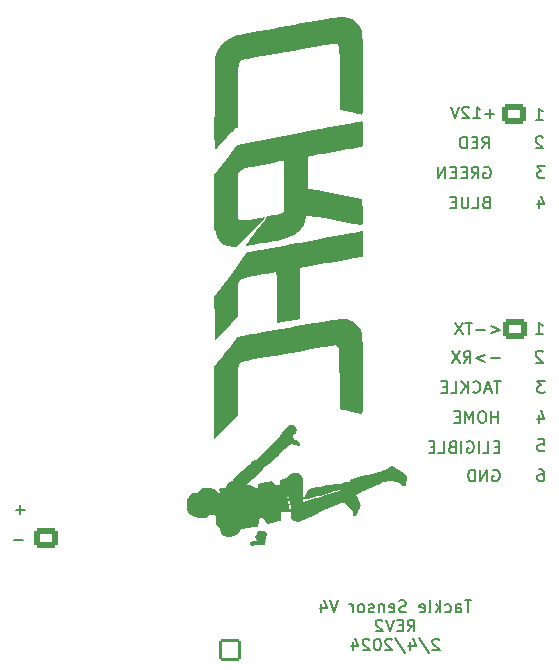
<source format=gbo>
%TF.GenerationSoftware,KiCad,Pcbnew,(6.0.1-0)*%
%TF.CreationDate,2024-02-04T22:08:59-06:00*%
%TF.ProjectId,tackle_sensor_hardware,7461636b-6c65-45f7-9365-6e736f725f68,REV1*%
%TF.SameCoordinates,Original*%
%TF.FileFunction,Legend,Bot*%
%TF.FilePolarity,Positive*%
%FSLAX46Y46*%
G04 Gerber Fmt 4.6, Leading zero omitted, Abs format (unit mm)*
G04 Created by KiCad (PCBNEW (6.0.1-0)) date 2024-02-04 22:08:59*
%MOMM*%
%LPD*%
G01*
G04 APERTURE LIST*
G04 Aperture macros list*
%AMRoundRect*
0 Rectangle with rounded corners*
0 $1 Rounding radius*
0 $2 $3 $4 $5 $6 $7 $8 $9 X,Y pos of 4 corners*
0 Add a 4 corners polygon primitive as box body*
4,1,4,$2,$3,$4,$5,$6,$7,$8,$9,$2,$3,0*
0 Add four circle primitives for the rounded corners*
1,1,$1+$1,$2,$3*
1,1,$1+$1,$4,$5*
1,1,$1+$1,$6,$7*
1,1,$1+$1,$8,$9*
0 Add four rect primitives between the rounded corners*
20,1,$1+$1,$2,$3,$4,$5,0*
20,1,$1+$1,$4,$5,$6,$7,0*
20,1,$1+$1,$6,$7,$8,$9,0*
20,1,$1+$1,$8,$9,$2,$3,0*%
G04 Aperture macros list end*
%ADD10C,0.150000*%
%ADD11C,0.152400*%
%ADD12C,0.300000*%
%ADD13C,3.200000*%
%ADD14RoundRect,0.250000X0.750000X-0.600000X0.750000X0.600000X-0.750000X0.600000X-0.750000X-0.600000X0*%
%ADD15O,2.000000X1.700000*%
%ADD16RoundRect,0.102000X-0.790000X-0.790000X0.790000X-0.790000X0.790000X0.790000X-0.790000X0.790000X0*%
%ADD17C,1.784000*%
%ADD18RoundRect,0.250000X-0.725000X0.600000X-0.725000X-0.600000X0.725000X-0.600000X0.725000X0.600000X0*%
%ADD19O,1.950000X1.700000*%
G04 APERTURE END LIST*
D10*
X198556333Y-110561380D02*
X198556333Y-109561380D01*
X198556333Y-110037571D02*
X197984904Y-110037571D01*
X197984904Y-110561380D02*
X197984904Y-109561380D01*
X197318238Y-109561380D02*
X197127761Y-109561380D01*
X197032523Y-109609000D01*
X196937285Y-109704238D01*
X196889666Y-109894714D01*
X196889666Y-110228047D01*
X196937285Y-110418523D01*
X197032523Y-110513761D01*
X197127761Y-110561380D01*
X197318238Y-110561380D01*
X197413476Y-110513761D01*
X197508714Y-110418523D01*
X197556333Y-110228047D01*
X197556333Y-109894714D01*
X197508714Y-109704238D01*
X197413476Y-109609000D01*
X197318238Y-109561380D01*
X196461095Y-110561380D02*
X196461095Y-109561380D01*
X196127761Y-110275666D01*
X195794428Y-109561380D01*
X195794428Y-110561380D01*
X195318238Y-110037571D02*
X194984904Y-110037571D01*
X194842047Y-110561380D02*
X195318238Y-110561380D01*
X195318238Y-109561380D01*
X194842047Y-109561380D01*
D11*
X201990476Y-91730285D02*
X201990476Y-92407619D01*
X202232380Y-91343238D02*
X202474285Y-92068952D01*
X201845333Y-92068952D01*
D10*
X197945238Y-102401714D02*
X198707142Y-102687428D01*
X197945238Y-102973142D01*
X197469047Y-102687428D02*
X196707142Y-102687428D01*
X196373809Y-102068380D02*
X195802380Y-102068380D01*
X196088095Y-103068380D02*
X196088095Y-102068380D01*
X195564285Y-102068380D02*
X194897619Y-103068380D01*
X194897619Y-102068380D02*
X195564285Y-103068380D01*
X198119904Y-114562000D02*
X198215142Y-114514380D01*
X198358000Y-114514380D01*
X198500857Y-114562000D01*
X198596095Y-114657238D01*
X198643714Y-114752476D01*
X198691333Y-114942952D01*
X198691333Y-115085809D01*
X198643714Y-115276285D01*
X198596095Y-115371523D01*
X198500857Y-115466761D01*
X198358000Y-115514380D01*
X198262761Y-115514380D01*
X198119904Y-115466761D01*
X198072285Y-115419142D01*
X198072285Y-115085809D01*
X198262761Y-115085809D01*
X197643714Y-115514380D02*
X197643714Y-114514380D01*
X197072285Y-115514380D01*
X197072285Y-114514380D01*
X196596095Y-115514380D02*
X196596095Y-114514380D01*
X196358000Y-114514380D01*
X196215142Y-114562000D01*
X196119904Y-114657238D01*
X196072285Y-114752476D01*
X196024666Y-114942952D01*
X196024666Y-115085809D01*
X196072285Y-115276285D01*
X196119904Y-115371523D01*
X196215142Y-115466761D01*
X196358000Y-115514380D01*
X196596095Y-115514380D01*
X196317380Y-125604380D02*
X195745952Y-125604380D01*
X196031666Y-126604380D02*
X196031666Y-125604380D01*
X194984047Y-126604380D02*
X194984047Y-126080571D01*
X195031666Y-125985333D01*
X195126904Y-125937714D01*
X195317380Y-125937714D01*
X195412619Y-125985333D01*
X194984047Y-126556761D02*
X195079285Y-126604380D01*
X195317380Y-126604380D01*
X195412619Y-126556761D01*
X195460238Y-126461523D01*
X195460238Y-126366285D01*
X195412619Y-126271047D01*
X195317380Y-126223428D01*
X195079285Y-126223428D01*
X194984047Y-126175809D01*
X194079285Y-126556761D02*
X194174523Y-126604380D01*
X194365000Y-126604380D01*
X194460238Y-126556761D01*
X194507857Y-126509142D01*
X194555476Y-126413904D01*
X194555476Y-126128190D01*
X194507857Y-126032952D01*
X194460238Y-125985333D01*
X194365000Y-125937714D01*
X194174523Y-125937714D01*
X194079285Y-125985333D01*
X193650714Y-126604380D02*
X193650714Y-125604380D01*
X193555476Y-126223428D02*
X193269761Y-126604380D01*
X193269761Y-125937714D02*
X193650714Y-126318666D01*
X192698333Y-126604380D02*
X192793571Y-126556761D01*
X192841190Y-126461523D01*
X192841190Y-125604380D01*
X191936428Y-126556761D02*
X192031666Y-126604380D01*
X192222142Y-126604380D01*
X192317380Y-126556761D01*
X192365000Y-126461523D01*
X192365000Y-126080571D01*
X192317380Y-125985333D01*
X192222142Y-125937714D01*
X192031666Y-125937714D01*
X191936428Y-125985333D01*
X191888809Y-126080571D01*
X191888809Y-126175809D01*
X192365000Y-126271047D01*
X190745952Y-126556761D02*
X190603095Y-126604380D01*
X190365000Y-126604380D01*
X190269761Y-126556761D01*
X190222142Y-126509142D01*
X190174523Y-126413904D01*
X190174523Y-126318666D01*
X190222142Y-126223428D01*
X190269761Y-126175809D01*
X190365000Y-126128190D01*
X190555476Y-126080571D01*
X190650714Y-126032952D01*
X190698333Y-125985333D01*
X190745952Y-125890095D01*
X190745952Y-125794857D01*
X190698333Y-125699619D01*
X190650714Y-125652000D01*
X190555476Y-125604380D01*
X190317380Y-125604380D01*
X190174523Y-125652000D01*
X189365000Y-126556761D02*
X189460238Y-126604380D01*
X189650714Y-126604380D01*
X189745952Y-126556761D01*
X189793571Y-126461523D01*
X189793571Y-126080571D01*
X189745952Y-125985333D01*
X189650714Y-125937714D01*
X189460238Y-125937714D01*
X189365000Y-125985333D01*
X189317380Y-126080571D01*
X189317380Y-126175809D01*
X189793571Y-126271047D01*
X188888809Y-125937714D02*
X188888809Y-126604380D01*
X188888809Y-126032952D02*
X188841190Y-125985333D01*
X188745952Y-125937714D01*
X188603095Y-125937714D01*
X188507857Y-125985333D01*
X188460238Y-126080571D01*
X188460238Y-126604380D01*
X188031666Y-126556761D02*
X187936428Y-126604380D01*
X187745952Y-126604380D01*
X187650714Y-126556761D01*
X187603095Y-126461523D01*
X187603095Y-126413904D01*
X187650714Y-126318666D01*
X187745952Y-126271047D01*
X187888809Y-126271047D01*
X187984047Y-126223428D01*
X188031666Y-126128190D01*
X188031666Y-126080571D01*
X187984047Y-125985333D01*
X187888809Y-125937714D01*
X187745952Y-125937714D01*
X187650714Y-125985333D01*
X187031666Y-126604380D02*
X187126904Y-126556761D01*
X187174523Y-126509142D01*
X187222142Y-126413904D01*
X187222142Y-126128190D01*
X187174523Y-126032952D01*
X187126904Y-125985333D01*
X187031666Y-125937714D01*
X186888809Y-125937714D01*
X186793571Y-125985333D01*
X186745952Y-126032952D01*
X186698333Y-126128190D01*
X186698333Y-126413904D01*
X186745952Y-126509142D01*
X186793571Y-126556761D01*
X186888809Y-126604380D01*
X187031666Y-126604380D01*
X186269761Y-126604380D02*
X186269761Y-125937714D01*
X186269761Y-126128190D02*
X186222142Y-126032952D01*
X186174523Y-125985333D01*
X186079285Y-125937714D01*
X185984047Y-125937714D01*
X185031666Y-125604380D02*
X184698333Y-126604380D01*
X184365000Y-125604380D01*
X183603095Y-125937714D02*
X183603095Y-126604380D01*
X183841190Y-125556761D02*
X184079285Y-126271047D01*
X183460238Y-126271047D01*
X190912619Y-128214380D02*
X191245952Y-127738190D01*
X191484047Y-128214380D02*
X191484047Y-127214380D01*
X191103095Y-127214380D01*
X191007857Y-127262000D01*
X190960238Y-127309619D01*
X190912619Y-127404857D01*
X190912619Y-127547714D01*
X190960238Y-127642952D01*
X191007857Y-127690571D01*
X191103095Y-127738190D01*
X191484047Y-127738190D01*
X190484047Y-127690571D02*
X190150714Y-127690571D01*
X190007857Y-128214380D02*
X190484047Y-128214380D01*
X190484047Y-127214380D01*
X190007857Y-127214380D01*
X189722142Y-127214380D02*
X189388809Y-128214380D01*
X189055476Y-127214380D01*
X188769761Y-127309619D02*
X188722142Y-127262000D01*
X188626904Y-127214380D01*
X188388809Y-127214380D01*
X188293571Y-127262000D01*
X188245952Y-127309619D01*
X188198333Y-127404857D01*
X188198333Y-127500095D01*
X188245952Y-127642952D01*
X188817380Y-128214380D01*
X188198333Y-128214380D01*
X193579285Y-128919619D02*
X193531666Y-128872000D01*
X193436428Y-128824380D01*
X193198333Y-128824380D01*
X193103095Y-128872000D01*
X193055476Y-128919619D01*
X193007857Y-129014857D01*
X193007857Y-129110095D01*
X193055476Y-129252952D01*
X193626904Y-129824380D01*
X193007857Y-129824380D01*
X191865000Y-128776761D02*
X192722142Y-130062476D01*
X191103095Y-129157714D02*
X191103095Y-129824380D01*
X191341190Y-128776761D02*
X191579285Y-129491047D01*
X190960238Y-129491047D01*
X189865000Y-128776761D02*
X190722142Y-130062476D01*
X189579285Y-128919619D02*
X189531666Y-128872000D01*
X189436428Y-128824380D01*
X189198333Y-128824380D01*
X189103095Y-128872000D01*
X189055476Y-128919619D01*
X189007857Y-129014857D01*
X189007857Y-129110095D01*
X189055476Y-129252952D01*
X189626904Y-129824380D01*
X189007857Y-129824380D01*
X188388809Y-128824380D02*
X188293571Y-128824380D01*
X188198333Y-128872000D01*
X188150714Y-128919619D01*
X188103095Y-129014857D01*
X188055476Y-129205333D01*
X188055476Y-129443428D01*
X188103095Y-129633904D01*
X188150714Y-129729142D01*
X188198333Y-129776761D01*
X188293571Y-129824380D01*
X188388809Y-129824380D01*
X188484047Y-129776761D01*
X188531666Y-129729142D01*
X188579285Y-129633904D01*
X188626904Y-129443428D01*
X188626904Y-129205333D01*
X188579285Y-129014857D01*
X188531666Y-128919619D01*
X188484047Y-128872000D01*
X188388809Y-128824380D01*
X187674523Y-128919619D02*
X187626904Y-128872000D01*
X187531666Y-128824380D01*
X187293571Y-128824380D01*
X187198333Y-128872000D01*
X187150714Y-128919619D01*
X187103095Y-129014857D01*
X187103095Y-129110095D01*
X187150714Y-129252952D01*
X187722142Y-129824380D01*
X187103095Y-129824380D01*
X186245952Y-129157714D02*
X186245952Y-129824380D01*
X186484047Y-128776761D02*
X186722142Y-129491047D01*
X186103095Y-129491047D01*
D11*
X202522666Y-88851619D02*
X201893714Y-88851619D01*
X202232380Y-89238666D01*
X202087238Y-89238666D01*
X201990476Y-89287047D01*
X201942095Y-89335428D01*
X201893714Y-89432190D01*
X201893714Y-89674095D01*
X201942095Y-89770857D01*
X201990476Y-89819238D01*
X202087238Y-89867619D01*
X202377523Y-89867619D01*
X202474285Y-89819238D01*
X202522666Y-89770857D01*
D10*
X198786428Y-107021380D02*
X198215000Y-107021380D01*
X198500714Y-108021380D02*
X198500714Y-107021380D01*
X197929285Y-107735666D02*
X197453095Y-107735666D01*
X198024523Y-108021380D02*
X197691190Y-107021380D01*
X197357857Y-108021380D01*
X196453095Y-107926142D02*
X196500714Y-107973761D01*
X196643571Y-108021380D01*
X196738809Y-108021380D01*
X196881666Y-107973761D01*
X196976904Y-107878523D01*
X197024523Y-107783285D01*
X197072142Y-107592809D01*
X197072142Y-107449952D01*
X197024523Y-107259476D01*
X196976904Y-107164238D01*
X196881666Y-107069000D01*
X196738809Y-107021380D01*
X196643571Y-107021380D01*
X196500714Y-107069000D01*
X196453095Y-107116619D01*
X196024523Y-108021380D02*
X196024523Y-107021380D01*
X195453095Y-108021380D02*
X195881666Y-107449952D01*
X195453095Y-107021380D02*
X196024523Y-107592809D01*
X194548333Y-108021380D02*
X195024523Y-108021380D01*
X195024523Y-107021380D01*
X194215000Y-107497571D02*
X193881666Y-107497571D01*
X193738809Y-108021380D02*
X194215000Y-108021380D01*
X194215000Y-107021380D01*
X193738809Y-107021380D01*
D11*
X201990476Y-114505619D02*
X202184000Y-114505619D01*
X202280761Y-114554000D01*
X202329142Y-114602380D01*
X202425904Y-114747523D01*
X202474285Y-114941047D01*
X202474285Y-115328095D01*
X202425904Y-115424857D01*
X202377523Y-115473238D01*
X202280761Y-115521619D01*
X202087238Y-115521619D01*
X201990476Y-115473238D01*
X201942095Y-115424857D01*
X201893714Y-115328095D01*
X201893714Y-115086190D01*
X201942095Y-114989428D01*
X201990476Y-114941047D01*
X202087238Y-114892666D01*
X202280761Y-114892666D01*
X202377523Y-114941047D01*
X202425904Y-114989428D01*
X202474285Y-115086190D01*
X202522666Y-107012619D02*
X201893714Y-107012619D01*
X202232380Y-107399666D01*
X202087238Y-107399666D01*
X201990476Y-107448047D01*
X201942095Y-107496428D01*
X201893714Y-107593190D01*
X201893714Y-107835095D01*
X201942095Y-107931857D01*
X201990476Y-107980238D01*
X202087238Y-108028619D01*
X202377523Y-108028619D01*
X202474285Y-107980238D01*
X202522666Y-107931857D01*
X158502047Y-117928571D02*
X157727952Y-117928571D01*
X158115000Y-118315619D02*
X158115000Y-117541523D01*
X158375047Y-120468571D02*
X157600952Y-120468571D01*
X202347285Y-104569380D02*
X202298904Y-104521000D01*
X202202142Y-104472619D01*
X201960238Y-104472619D01*
X201863476Y-104521000D01*
X201815095Y-104569380D01*
X201766714Y-104666142D01*
X201766714Y-104762904D01*
X201815095Y-104908047D01*
X202395666Y-105488619D01*
X201766714Y-105488619D01*
D10*
X198230904Y-84399428D02*
X197469000Y-84399428D01*
X197849952Y-84780380D02*
X197849952Y-84018476D01*
X196469000Y-84780380D02*
X197040428Y-84780380D01*
X196754714Y-84780380D02*
X196754714Y-83780380D01*
X196849952Y-83923238D01*
X196945190Y-84018476D01*
X197040428Y-84066095D01*
X196088047Y-83875619D02*
X196040428Y-83828000D01*
X195945190Y-83780380D01*
X195707095Y-83780380D01*
X195611857Y-83828000D01*
X195564238Y-83875619D01*
X195516619Y-83970857D01*
X195516619Y-84066095D01*
X195564238Y-84208952D01*
X196135666Y-84780380D01*
X195516619Y-84780380D01*
X195230904Y-83780380D02*
X194897571Y-84780380D01*
X194564238Y-83780380D01*
X197373666Y-88908000D02*
X197468904Y-88860380D01*
X197611761Y-88860380D01*
X197754619Y-88908000D01*
X197849857Y-89003238D01*
X197897476Y-89098476D01*
X197945095Y-89288952D01*
X197945095Y-89431809D01*
X197897476Y-89622285D01*
X197849857Y-89717523D01*
X197754619Y-89812761D01*
X197611761Y-89860380D01*
X197516523Y-89860380D01*
X197373666Y-89812761D01*
X197326047Y-89765142D01*
X197326047Y-89431809D01*
X197516523Y-89431809D01*
X196326047Y-89860380D02*
X196659380Y-89384190D01*
X196897476Y-89860380D02*
X196897476Y-88860380D01*
X196516523Y-88860380D01*
X196421285Y-88908000D01*
X196373666Y-88955619D01*
X196326047Y-89050857D01*
X196326047Y-89193714D01*
X196373666Y-89288952D01*
X196421285Y-89336571D01*
X196516523Y-89384190D01*
X196897476Y-89384190D01*
X195897476Y-89336571D02*
X195564142Y-89336571D01*
X195421285Y-89860380D02*
X195897476Y-89860380D01*
X195897476Y-88860380D01*
X195421285Y-88860380D01*
X194992714Y-89336571D02*
X194659380Y-89336571D01*
X194516523Y-89860380D02*
X194992714Y-89860380D01*
X194992714Y-88860380D01*
X194516523Y-88860380D01*
X194087952Y-89860380D02*
X194087952Y-88860380D01*
X193516523Y-89860380D01*
X193516523Y-88860380D01*
D11*
X202347285Y-86408380D02*
X202298904Y-86360000D01*
X202202142Y-86311619D01*
X201960238Y-86311619D01*
X201863476Y-86360000D01*
X201815095Y-86408380D01*
X201766714Y-86505142D01*
X201766714Y-86601904D01*
X201815095Y-86747047D01*
X202395666Y-87327619D01*
X201766714Y-87327619D01*
X201990476Y-109891285D02*
X201990476Y-110568619D01*
X202232380Y-109504238D02*
X202474285Y-110229952D01*
X201845333Y-110229952D01*
X201942095Y-111965619D02*
X202425904Y-111965619D01*
X202474285Y-112449428D01*
X202425904Y-112401047D01*
X202329142Y-112352666D01*
X202087238Y-112352666D01*
X201990476Y-112401047D01*
X201942095Y-112449428D01*
X201893714Y-112546190D01*
X201893714Y-112788095D01*
X201942095Y-112884857D01*
X201990476Y-112933238D01*
X202087238Y-112981619D01*
X202329142Y-112981619D01*
X202425904Y-112933238D01*
X202474285Y-112884857D01*
D10*
X198659380Y-112577571D02*
X198326047Y-112577571D01*
X198183190Y-113101380D02*
X198659380Y-113101380D01*
X198659380Y-112101380D01*
X198183190Y-112101380D01*
X197278428Y-113101380D02*
X197754619Y-113101380D01*
X197754619Y-112101380D01*
X196945095Y-113101380D02*
X196945095Y-112101380D01*
X195945095Y-112149000D02*
X196040333Y-112101380D01*
X196183190Y-112101380D01*
X196326047Y-112149000D01*
X196421285Y-112244238D01*
X196468904Y-112339476D01*
X196516523Y-112529952D01*
X196516523Y-112672809D01*
X196468904Y-112863285D01*
X196421285Y-112958523D01*
X196326047Y-113053761D01*
X196183190Y-113101380D01*
X196087952Y-113101380D01*
X195945095Y-113053761D01*
X195897476Y-113006142D01*
X195897476Y-112672809D01*
X196087952Y-112672809D01*
X195468904Y-113101380D02*
X195468904Y-112101380D01*
X194659380Y-112577571D02*
X194516523Y-112625190D01*
X194468904Y-112672809D01*
X194421285Y-112768047D01*
X194421285Y-112910904D01*
X194468904Y-113006142D01*
X194516523Y-113053761D01*
X194611761Y-113101380D01*
X194992714Y-113101380D01*
X194992714Y-112101380D01*
X194659380Y-112101380D01*
X194564142Y-112149000D01*
X194516523Y-112196619D01*
X194468904Y-112291857D01*
X194468904Y-112387095D01*
X194516523Y-112482333D01*
X194564142Y-112529952D01*
X194659380Y-112577571D01*
X194992714Y-112577571D01*
X193516523Y-113101380D02*
X193992714Y-113101380D01*
X193992714Y-112101380D01*
X193183190Y-112577571D02*
X192849857Y-112577571D01*
X192707000Y-113101380D02*
X193183190Y-113101380D01*
X193183190Y-112101380D01*
X192707000Y-112101380D01*
D11*
X201766714Y-84914619D02*
X202347285Y-84914619D01*
X202057000Y-84914619D02*
X202057000Y-83898619D01*
X202153761Y-84043761D01*
X202250523Y-84140523D01*
X202347285Y-84188904D01*
D10*
X197238857Y-87320380D02*
X197572190Y-86844190D01*
X197810285Y-87320380D02*
X197810285Y-86320380D01*
X197429333Y-86320380D01*
X197334095Y-86368000D01*
X197286476Y-86415619D01*
X197238857Y-86510857D01*
X197238857Y-86653714D01*
X197286476Y-86748952D01*
X197334095Y-86796571D01*
X197429333Y-86844190D01*
X197810285Y-86844190D01*
X196810285Y-86796571D02*
X196476952Y-86796571D01*
X196334095Y-87320380D02*
X196810285Y-87320380D01*
X196810285Y-86320380D01*
X196334095Y-86320380D01*
X195905523Y-87320380D02*
X195905523Y-86320380D01*
X195667428Y-86320380D01*
X195524571Y-86368000D01*
X195429333Y-86463238D01*
X195381714Y-86558476D01*
X195334095Y-86748952D01*
X195334095Y-86891809D01*
X195381714Y-87082285D01*
X195429333Y-87177523D01*
X195524571Y-87272761D01*
X195667428Y-87320380D01*
X195905523Y-87320380D01*
X197524523Y-91876571D02*
X197381666Y-91924190D01*
X197334047Y-91971809D01*
X197286428Y-92067047D01*
X197286428Y-92209904D01*
X197334047Y-92305142D01*
X197381666Y-92352761D01*
X197476904Y-92400380D01*
X197857857Y-92400380D01*
X197857857Y-91400380D01*
X197524523Y-91400380D01*
X197429285Y-91448000D01*
X197381666Y-91495619D01*
X197334047Y-91590857D01*
X197334047Y-91686095D01*
X197381666Y-91781333D01*
X197429285Y-91828952D01*
X197524523Y-91876571D01*
X197857857Y-91876571D01*
X196381666Y-92400380D02*
X196857857Y-92400380D01*
X196857857Y-91400380D01*
X196048333Y-91400380D02*
X196048333Y-92209904D01*
X196000714Y-92305142D01*
X195953095Y-92352761D01*
X195857857Y-92400380D01*
X195667380Y-92400380D01*
X195572142Y-92352761D01*
X195524523Y-92305142D01*
X195476904Y-92209904D01*
X195476904Y-91400380D01*
X195000714Y-91876571D02*
X194667380Y-91876571D01*
X194524523Y-92400380D02*
X195000714Y-92400380D01*
X195000714Y-91400380D01*
X194524523Y-91400380D01*
D11*
X201766714Y-103075619D02*
X202347285Y-103075619D01*
X202057000Y-103075619D02*
X202057000Y-102059619D01*
X202153761Y-102204761D01*
X202250523Y-102301523D01*
X202347285Y-102349904D01*
D10*
X198699190Y-105100428D02*
X197937285Y-105100428D01*
X197461095Y-104814714D02*
X196699190Y-105100428D01*
X197461095Y-105386142D01*
X195651571Y-105481380D02*
X195984904Y-105005190D01*
X196223000Y-105481380D02*
X196223000Y-104481380D01*
X195842047Y-104481380D01*
X195746809Y-104529000D01*
X195699190Y-104576619D01*
X195651571Y-104671857D01*
X195651571Y-104814714D01*
X195699190Y-104909952D01*
X195746809Y-104957571D01*
X195842047Y-105005190D01*
X196223000Y-105005190D01*
X195318238Y-104481380D02*
X194651571Y-105481380D01*
X194651571Y-104481380D02*
X195318238Y-105481380D01*
D12*
%TO.C,G\u002A\u002A\u002A*%
X180102417Y-97230672D02*
X180029845Y-97085529D01*
X180029845Y-96867815D01*
X180102417Y-96650101D01*
X180247559Y-96504958D01*
X180392702Y-96432386D01*
X180682988Y-96359815D01*
X180900702Y-96359815D01*
X181190988Y-96432386D01*
X181336131Y-96504958D01*
X181481274Y-96650101D01*
X181553845Y-96867815D01*
X181553845Y-97012958D01*
X181481274Y-97230672D01*
X181408702Y-97303244D01*
X180900702Y-97303244D01*
X180900702Y-97012958D01*
X180029845Y-98174101D02*
X180392702Y-98174101D01*
X180247559Y-97811244D02*
X180392702Y-98174101D01*
X180247559Y-98536958D01*
X180682988Y-97956386D02*
X180392702Y-98174101D01*
X180682988Y-98391815D01*
X180029845Y-99335244D02*
X180392702Y-99335244D01*
X180247559Y-98972386D02*
X180392702Y-99335244D01*
X180247559Y-99698101D01*
X180682988Y-99117529D02*
X180392702Y-99335244D01*
X180682988Y-99552958D01*
X180029845Y-100496386D02*
X180392702Y-100496386D01*
X180247559Y-100133529D02*
X180392702Y-100496386D01*
X180247559Y-100859244D01*
X180682988Y-100278672D02*
X180392702Y-100496386D01*
X180682988Y-100714101D01*
X180102417Y-97179872D02*
X180029845Y-97034729D01*
X180029845Y-96817015D01*
X180102417Y-96599301D01*
X180247559Y-96454158D01*
X180392702Y-96381586D01*
X180682988Y-96309015D01*
X180900702Y-96309015D01*
X181190988Y-96381586D01*
X181336131Y-96454158D01*
X181481274Y-96599301D01*
X181553845Y-96817015D01*
X181553845Y-96962158D01*
X181481274Y-97179872D01*
X181408702Y-97252444D01*
X180900702Y-97252444D01*
X180900702Y-96962158D01*
X180029845Y-98123301D02*
X180392702Y-98123301D01*
X180247559Y-97760444D02*
X180392702Y-98123301D01*
X180247559Y-98486158D01*
X180682988Y-97905586D02*
X180392702Y-98123301D01*
X180682988Y-98341015D01*
X180029845Y-99284444D02*
X180392702Y-99284444D01*
X180247559Y-98921586D02*
X180392702Y-99284444D01*
X180247559Y-99647301D01*
X180682988Y-99066729D02*
X180392702Y-99284444D01*
X180682988Y-99502158D01*
X180029845Y-100445586D02*
X180392702Y-100445586D01*
X180247559Y-100082729D02*
X180392702Y-100445586D01*
X180247559Y-100808444D01*
X180682988Y-100227872D02*
X180392702Y-100445586D01*
X180682988Y-100663301D01*
G36*
X181276678Y-110735166D02*
G01*
X181410591Y-110798599D01*
X181481146Y-110927513D01*
X181503550Y-111132234D01*
X181496125Y-111281229D01*
X181449017Y-111400576D01*
X181338453Y-111512012D01*
X181245191Y-111612454D01*
X181196215Y-111760618D01*
X181250571Y-111895050D01*
X181406084Y-112000058D01*
X181467881Y-112027521D01*
X181659588Y-112140937D01*
X181790937Y-112264330D01*
X181839667Y-112378280D01*
X181839365Y-112389835D01*
X181792730Y-112486411D01*
X181672988Y-112510340D01*
X181489214Y-112459517D01*
X181477060Y-112454610D01*
X181283476Y-112401860D01*
X181083905Y-112380151D01*
X181016296Y-112382941D01*
X180947958Y-112397984D01*
X180872781Y-112434673D01*
X180779260Y-112502394D01*
X180655892Y-112610534D01*
X180491174Y-112768478D01*
X180273601Y-112985611D01*
X179991672Y-113271321D01*
X179840002Y-113424702D01*
X179552941Y-113708988D01*
X179327737Y-113921684D01*
X179157027Y-114069319D01*
X179033450Y-114158422D01*
X178949646Y-114195521D01*
X178943330Y-114196832D01*
X178837010Y-114238724D01*
X178805760Y-114292349D01*
X178786235Y-114339604D01*
X178701294Y-114448178D01*
X178563909Y-114597077D01*
X178389474Y-114768684D01*
X178280835Y-114871246D01*
X178038733Y-115100498D01*
X177798096Y-115329123D01*
X177597828Y-115520190D01*
X177243736Y-115859159D01*
X177497914Y-115860126D01*
X177575029Y-115862564D01*
X177761021Y-115901447D01*
X177920237Y-116002578D01*
X178054608Y-116093618D01*
X178170021Y-116114546D01*
X178232415Y-116045822D01*
X178233624Y-115890368D01*
X178203383Y-115704011D01*
X178498613Y-115646578D01*
X178593570Y-115628103D01*
X178852089Y-115577793D01*
X179092999Y-115530896D01*
X179392156Y-115472648D01*
X179575331Y-115666870D01*
X179630980Y-115722778D01*
X179779720Y-115829548D01*
X179928852Y-115861093D01*
X179992541Y-115859882D01*
X180065916Y-115839310D01*
X180094406Y-115769670D01*
X180099196Y-115621120D01*
X180100400Y-115517978D01*
X180119670Y-115418638D01*
X180184798Y-115371933D01*
X180323801Y-115343200D01*
X180451436Y-115309479D01*
X180607348Y-115219755D01*
X180778734Y-115057960D01*
X180888691Y-114944948D01*
X181005322Y-114854129D01*
X181128848Y-114809452D01*
X181301987Y-114788955D01*
X181445421Y-114783613D01*
X181619518Y-114806692D01*
X181769039Y-114876645D01*
X181782253Y-114885126D01*
X181974007Y-115065297D01*
X182078214Y-115287009D01*
X182084269Y-115528342D01*
X182069907Y-115647878D01*
X182061249Y-115856996D01*
X182065326Y-116078652D01*
X182074180Y-116311846D01*
X182079910Y-116597302D01*
X182081008Y-116867303D01*
X182078062Y-117302421D01*
X183169036Y-116946988D01*
X183184218Y-116942042D01*
X183552744Y-116822595D01*
X183924102Y-116703232D01*
X184271746Y-116592418D01*
X184569131Y-116498614D01*
X184789712Y-116430285D01*
X184947956Y-116380404D01*
X185139806Y-116314374D01*
X185271160Y-116262048D01*
X185320012Y-116231668D01*
X185311537Y-116222067D01*
X185277134Y-116221749D01*
X185206981Y-116234315D01*
X185091311Y-116262417D01*
X184920352Y-116308705D01*
X184684335Y-116375831D01*
X184373492Y-116466445D01*
X183978051Y-116583200D01*
X183488244Y-116728745D01*
X183346995Y-116770334D01*
X183015493Y-116864189D01*
X182723290Y-116941736D01*
X182486529Y-116998981D01*
X182321357Y-117031930D01*
X182243917Y-117036589D01*
X182204448Y-117009615D01*
X182171176Y-116905160D01*
X182195954Y-116754694D01*
X182268034Y-116581088D01*
X182376666Y-116407211D01*
X182511098Y-116255934D01*
X182660583Y-116150127D01*
X182741378Y-116120925D01*
X182918415Y-116074211D01*
X183161152Y-116019752D01*
X183450464Y-115960911D01*
X183767225Y-115901048D01*
X184092311Y-115843523D01*
X184406596Y-115791697D01*
X184690955Y-115748931D01*
X184926263Y-115718586D01*
X185093394Y-115704022D01*
X185173225Y-115708600D01*
X185183784Y-115713561D01*
X185297151Y-115719117D01*
X185452978Y-115645762D01*
X185534451Y-115599541D01*
X185657970Y-115563116D01*
X185780670Y-115588289D01*
X185840785Y-115611220D01*
X185929076Y-115636101D01*
X185967900Y-115606741D01*
X185995227Y-115509130D01*
X186037275Y-115413857D01*
X186123500Y-115324332D01*
X186143291Y-115316432D01*
X186260270Y-115282459D01*
X186460042Y-115231512D01*
X186725737Y-115167685D01*
X187040485Y-115095069D01*
X187387419Y-115017756D01*
X187527685Y-114986588D01*
X187863887Y-114908177D01*
X188161044Y-114833755D01*
X188402288Y-114767840D01*
X188570751Y-114714952D01*
X188649563Y-114679609D01*
X188749216Y-114623820D01*
X188898713Y-114589779D01*
X189022861Y-114564080D01*
X189136284Y-114500840D01*
X189149659Y-114488367D01*
X189263008Y-114404553D01*
X189409147Y-114316678D01*
X189600821Y-114213591D01*
X190176878Y-114559013D01*
X190179981Y-114560875D01*
X190406916Y-114703287D01*
X190600707Y-114836442D01*
X190740882Y-114945503D01*
X190806966Y-115015633D01*
X190820924Y-115046531D01*
X190858303Y-115194144D01*
X190854783Y-115380148D01*
X190810544Y-115635821D01*
X190807161Y-115651411D01*
X190761218Y-115813472D01*
X190702383Y-115899847D01*
X190610662Y-115941067D01*
X190513830Y-115951834D01*
X190427449Y-115905311D01*
X190419464Y-115891673D01*
X190333346Y-115775379D01*
X190219150Y-115687871D01*
X190050462Y-115613630D01*
X189800870Y-115537136D01*
X189633378Y-115491616D01*
X189473367Y-115454489D01*
X189369557Y-115445547D01*
X189294067Y-115463313D01*
X189219017Y-115506309D01*
X189085636Y-115563758D01*
X188926765Y-115582542D01*
X188793176Y-115593729D01*
X188638382Y-115653351D01*
X188632371Y-115657032D01*
X188531181Y-115710690D01*
X188350684Y-115799746D01*
X188108531Y-115915735D01*
X187822370Y-116050191D01*
X187509849Y-116194650D01*
X187447722Y-116223201D01*
X187152324Y-116360823D01*
X186896741Y-116482921D01*
X186695807Y-116582192D01*
X186564361Y-116651338D01*
X186517237Y-116683058D01*
X186526150Y-116705146D01*
X186584824Y-116795131D01*
X186680227Y-116921536D01*
X186718475Y-116973266D01*
X186828447Y-117160255D01*
X186900072Y-117337642D01*
X186919501Y-117422195D01*
X186924601Y-117522004D01*
X186900593Y-117635375D01*
X186840834Y-117790156D01*
X186738682Y-118014191D01*
X186676673Y-118144633D01*
X186587554Y-118317138D01*
X186519973Y-118416011D01*
X186460689Y-118458588D01*
X186396460Y-118462202D01*
X186338048Y-118448377D01*
X186290089Y-118393324D01*
X186289457Y-118268209D01*
X186288787Y-118174444D01*
X186253918Y-118074140D01*
X186168533Y-117953644D01*
X186017672Y-117786437D01*
X186005743Y-117773865D01*
X185843930Y-117610302D01*
X185692560Y-117468238D01*
X185582980Y-117377185D01*
X185482744Y-117315644D01*
X185388257Y-117304677D01*
X185256477Y-117350432D01*
X185074460Y-117428577D01*
X184679106Y-117601853D01*
X184283432Y-117780893D01*
X183855301Y-117980367D01*
X183362579Y-118214942D01*
X183253933Y-118267050D01*
X182910792Y-118431285D01*
X182649726Y-118555398D01*
X182458256Y-118645085D01*
X182323908Y-118706040D01*
X182234202Y-118743957D01*
X182176662Y-118764530D01*
X182138811Y-118773455D01*
X182120263Y-118778023D01*
X182016070Y-118815558D01*
X181871667Y-118876011D01*
X181860229Y-118880970D01*
X181600941Y-118941050D01*
X181357699Y-118901949D01*
X181150626Y-118766718D01*
X181146736Y-118762816D01*
X181086982Y-118694628D01*
X181049852Y-118619280D01*
X181030687Y-118511383D01*
X181024828Y-118345554D01*
X181027617Y-118096404D01*
X181029381Y-117948983D01*
X181028091Y-117737892D01*
X181022252Y-117583705D01*
X181012536Y-117512335D01*
X181003837Y-117491603D01*
X180977291Y-117401179D01*
X180937925Y-117239976D01*
X180883685Y-116999006D01*
X180812520Y-116669284D01*
X180722377Y-116241821D01*
X180591472Y-115616339D01*
X180620566Y-116078652D01*
X180620918Y-116084224D01*
X180670499Y-116637397D01*
X180744821Y-117154393D01*
X180838745Y-117599394D01*
X180869911Y-117722388D01*
X180912834Y-117924674D01*
X180912970Y-118049382D01*
X180860805Y-118115254D01*
X180746823Y-118141033D01*
X180561509Y-118145462D01*
X180207975Y-118145462D01*
X180207975Y-118497958D01*
X180204646Y-118687128D01*
X180188823Y-118798258D01*
X180151982Y-118853159D01*
X180085599Y-118878326D01*
X180056447Y-118884883D01*
X179917800Y-118915514D01*
X179717690Y-118959306D01*
X179488864Y-119009084D01*
X179014507Y-119111972D01*
X178836188Y-118875748D01*
X178717752Y-118727145D01*
X178617417Y-118634064D01*
X178526210Y-118602930D01*
X178418361Y-118617838D01*
X178378273Y-118631936D01*
X178330980Y-118679845D01*
X178309442Y-118780175D01*
X178304335Y-118960991D01*
X178300570Y-119076037D01*
X178276964Y-119241515D01*
X178236348Y-119328178D01*
X178230995Y-119331800D01*
X178134957Y-119363024D01*
X177967194Y-119394071D01*
X177760438Y-119418715D01*
X177530789Y-119443640D01*
X177256204Y-119481481D01*
X177026177Y-119521095D01*
X176930529Y-119541480D01*
X176784413Y-119584543D01*
X176710123Y-119635523D01*
X176682604Y-119708052D01*
X176646423Y-119792472D01*
X176523353Y-119922050D01*
X176340445Y-120049681D01*
X176124742Y-120159943D01*
X175903289Y-120237411D01*
X175703130Y-120266661D01*
X175635115Y-120262433D01*
X175407831Y-120185645D01*
X175218526Y-120029818D01*
X175088975Y-119817782D01*
X175040952Y-119572369D01*
X175033754Y-119496199D01*
X174978275Y-119403783D01*
X174844392Y-119322840D01*
X174647832Y-119229107D01*
X174723280Y-118423965D01*
X174514986Y-118389039D01*
X174480797Y-118383217D01*
X174338024Y-118356975D01*
X174252301Y-118338157D01*
X174240267Y-118337587D01*
X174156275Y-118376780D01*
X174044708Y-118464988D01*
X174022658Y-118485159D01*
X173935050Y-118550807D01*
X173835923Y-118587296D01*
X173692904Y-118602531D01*
X173473616Y-118604416D01*
X173424034Y-118603781D01*
X173169146Y-118587744D01*
X172963399Y-118543610D01*
X172756584Y-118461361D01*
X172532433Y-118343971D01*
X172377188Y-118221135D01*
X172280620Y-118072980D01*
X172218672Y-117873201D01*
X172202509Y-117786466D01*
X172193897Y-117448467D01*
X172260571Y-117113557D01*
X172393663Y-116813133D01*
X172584306Y-116578590D01*
X172594537Y-116569642D01*
X172705019Y-116494658D01*
X172815825Y-116484259D01*
X172974142Y-116532917D01*
X173062744Y-116511615D01*
X173165445Y-116389799D01*
X173206181Y-116330969D01*
X173379400Y-116174602D01*
X173613981Y-116087701D01*
X173925963Y-116063383D01*
X174162164Y-116081199D01*
X174498542Y-116168250D01*
X174768317Y-116318689D01*
X174963246Y-116522729D01*
X175075086Y-116770580D01*
X175095596Y-117052452D01*
X175016532Y-117358557D01*
X175002141Y-117394174D01*
X174965875Y-117503249D01*
X174964918Y-117547175D01*
X174995075Y-117524213D01*
X175046514Y-117422893D01*
X175096647Y-117271917D01*
X175134658Y-117105719D01*
X175149731Y-116958735D01*
X175146004Y-116900439D01*
X175100978Y-116701050D01*
X175020113Y-116503752D01*
X174995051Y-116454970D01*
X174928509Y-116274809D01*
X174945889Y-116158935D01*
X175052917Y-116096998D01*
X175255317Y-116078652D01*
X175341962Y-116077712D01*
X175462898Y-116063555D01*
X175523264Y-116019441D01*
X175555790Y-115929080D01*
X175590275Y-115836114D01*
X175681140Y-115691635D01*
X175791050Y-115579711D01*
X175890771Y-115534755D01*
X175927041Y-115526373D01*
X176003667Y-115458313D01*
X176012729Y-115446364D01*
X176089481Y-115367162D01*
X176230951Y-115231757D01*
X176424511Y-115051925D01*
X176657535Y-114839441D01*
X176917397Y-114606083D01*
X177011925Y-114521644D01*
X177260877Y-114297532D01*
X177476873Y-114100606D01*
X177647776Y-113942080D01*
X177761451Y-113833172D01*
X177805763Y-113785095D01*
X177857154Y-113754572D01*
X177972145Y-113739894D01*
X177992683Y-113738884D01*
X178080308Y-113711081D01*
X178187674Y-113635697D01*
X178330475Y-113499980D01*
X178524405Y-113291179D01*
X178594684Y-113213372D01*
X178871251Y-112911790D01*
X179138221Y-112627442D01*
X179385094Y-112370959D01*
X179601370Y-112152970D01*
X179776548Y-111984103D01*
X179900130Y-111874988D01*
X179961616Y-111836254D01*
X179973479Y-111833227D01*
X180033441Y-111767037D01*
X180093396Y-111641450D01*
X180141304Y-111551259D01*
X180250066Y-111400494D01*
X180394682Y-111226652D01*
X180554863Y-111051706D01*
X180710321Y-110897626D01*
X180840764Y-110786382D01*
X180925905Y-110739946D01*
X181064205Y-110726888D01*
X181276678Y-110735166D01*
G37*
G36*
X185598471Y-101784371D02*
G01*
X185765928Y-101799496D01*
X185910706Y-101826580D01*
X185971304Y-101842296D01*
X186340049Y-101998165D01*
X186643390Y-102239324D01*
X186876617Y-102561031D01*
X187035018Y-102958543D01*
X187045962Y-103010175D01*
X187060092Y-103124630D01*
X187072138Y-103291669D01*
X187082248Y-103518318D01*
X187090572Y-103811598D01*
X187097258Y-104178535D01*
X187102456Y-104626152D01*
X187106314Y-105161473D01*
X187108981Y-105791523D01*
X187110607Y-106523324D01*
X187111300Y-107042201D01*
X187111763Y-107648921D01*
X187111491Y-108160717D01*
X187110266Y-108585524D01*
X187107869Y-108931280D01*
X187104082Y-109205922D01*
X187098686Y-109417386D01*
X187091462Y-109573608D01*
X187082193Y-109682526D01*
X187070660Y-109752076D01*
X187056643Y-109790195D01*
X187039926Y-109804818D01*
X187020288Y-109803884D01*
X187016552Y-109802844D01*
X186920732Y-109779912D01*
X186744344Y-109740465D01*
X186511230Y-109689761D01*
X186245235Y-109633055D01*
X186241812Y-109632332D01*
X185962806Y-109572675D01*
X185704292Y-109516090D01*
X185494938Y-109468932D01*
X185363416Y-109437557D01*
X185161469Y-109385608D01*
X185145857Y-106809310D01*
X185144757Y-106629682D01*
X185140993Y-106061420D01*
X185137100Y-105589720D01*
X185132656Y-105205061D01*
X185127239Y-104897920D01*
X185120427Y-104658774D01*
X185111798Y-104478102D01*
X185100930Y-104346382D01*
X185087402Y-104254091D01*
X185070791Y-104191707D01*
X185050676Y-104149709D01*
X185026634Y-104118573D01*
X184933360Y-104048090D01*
X184743764Y-104004134D01*
X184706148Y-104007050D01*
X184561562Y-104026360D01*
X184328722Y-104062040D01*
X184019720Y-104112084D01*
X183646643Y-104174485D01*
X183221582Y-104247236D01*
X182756625Y-104328330D01*
X182263864Y-104415761D01*
X182117575Y-104441927D01*
X181586757Y-104536738D01*
X181058534Y-104630896D01*
X180550320Y-104721308D01*
X180079526Y-104804884D01*
X179663564Y-104878530D01*
X179319849Y-104939155D01*
X179065791Y-104983666D01*
X178884312Y-105015276D01*
X178356920Y-105107509D01*
X177923697Y-105184615D01*
X177574676Y-105249252D01*
X177299893Y-105304077D01*
X177089384Y-105351746D01*
X176933182Y-105394916D01*
X176821323Y-105436245D01*
X176743841Y-105478388D01*
X176690773Y-105524003D01*
X176652152Y-105575746D01*
X176618013Y-105636275D01*
X176600266Y-105726911D01*
X176585908Y-105926007D01*
X176574949Y-106233292D01*
X176567395Y-106648494D01*
X176563254Y-107171346D01*
X176562532Y-107801577D01*
X176565508Y-109857651D01*
X175898412Y-110562348D01*
X175747971Y-110721615D01*
X175496639Y-110989016D01*
X175255753Y-111246762D01*
X175046828Y-111471806D01*
X174891380Y-111641100D01*
X174551444Y-112015155D01*
X174551444Y-105815854D01*
X175136134Y-105056212D01*
X175249035Y-104909483D01*
X175484384Y-104603383D01*
X175719656Y-104297119D01*
X175932746Y-104019470D01*
X176101551Y-103799215D01*
X176243481Y-103619097D01*
X176387449Y-103447820D01*
X176499728Y-103326706D01*
X176563864Y-103274435D01*
X176623004Y-103260884D01*
X176778051Y-103230237D01*
X177011737Y-103186151D01*
X177308839Y-103131454D01*
X177654130Y-103068976D01*
X178032387Y-103001546D01*
X178223667Y-102967606D01*
X178629011Y-102895327D01*
X179111154Y-102809009D01*
X179650924Y-102712099D01*
X180229149Y-102608046D01*
X180826657Y-102500298D01*
X181424277Y-102392301D01*
X182002836Y-102287505D01*
X182384336Y-102218657D01*
X183050635Y-102100679D01*
X183623720Y-102002978D01*
X184112408Y-101924515D01*
X184525514Y-101864250D01*
X184871857Y-101821143D01*
X185160253Y-101794154D01*
X185399519Y-101782244D01*
X185598471Y-101784371D01*
G37*
G36*
X185971278Y-76302796D02*
G01*
X186343797Y-76461185D01*
X186646659Y-76699578D01*
X186876321Y-77015771D01*
X187029237Y-77407560D01*
X187043172Y-77471401D01*
X187057943Y-77574947D01*
X187070474Y-77714459D01*
X187080949Y-77898025D01*
X187089547Y-78133738D01*
X187096451Y-78429686D01*
X187101841Y-78793961D01*
X187105898Y-79234652D01*
X187108805Y-79759851D01*
X187110742Y-80377646D01*
X187111891Y-81096129D01*
X187112450Y-81724499D01*
X187112592Y-82324797D01*
X187112024Y-82831234D01*
X187110533Y-83251654D01*
X187107904Y-83593900D01*
X187103924Y-83865816D01*
X187098379Y-84075246D01*
X187091056Y-84230034D01*
X187081741Y-84338024D01*
X187070221Y-84407059D01*
X187056281Y-84444984D01*
X187039708Y-84459642D01*
X187020288Y-84458877D01*
X186996699Y-84452850D01*
X186873820Y-84424238D01*
X186675099Y-84379621D01*
X186422116Y-84323815D01*
X186136455Y-84261638D01*
X186015647Y-84235429D01*
X185740885Y-84175191D01*
X185507738Y-84123217D01*
X185337789Y-84084349D01*
X185252622Y-84063426D01*
X185249859Y-84062566D01*
X185228257Y-84049116D01*
X185210296Y-84018378D01*
X185195643Y-83961203D01*
X185183964Y-83868442D01*
X185174924Y-83730946D01*
X185168191Y-83539566D01*
X185163431Y-83285153D01*
X185160309Y-82958557D01*
X185158493Y-82550629D01*
X185157648Y-82052220D01*
X185157440Y-81454182D01*
X185157432Y-81335073D01*
X185156900Y-80715440D01*
X185154920Y-80194269D01*
X185150647Y-79762778D01*
X185143233Y-79412186D01*
X185131832Y-79133712D01*
X185115596Y-78918574D01*
X185093679Y-78757990D01*
X185065232Y-78643179D01*
X185029411Y-78565361D01*
X184985366Y-78515752D01*
X184932252Y-78485573D01*
X184869221Y-78466041D01*
X184842447Y-78463140D01*
X184779815Y-78465181D01*
X184680939Y-78474699D01*
X184540372Y-78492608D01*
X184352670Y-78519824D01*
X184112385Y-78557262D01*
X183814072Y-78605836D01*
X183452285Y-78666462D01*
X183021579Y-78740055D01*
X182516508Y-78827530D01*
X181931625Y-78929802D01*
X181261485Y-79047786D01*
X180500642Y-79182397D01*
X179643650Y-79334550D01*
X178685063Y-79505160D01*
X178515070Y-79535620D01*
X178107058Y-79610188D01*
X177733914Y-79680389D01*
X177410100Y-79743375D01*
X177150077Y-79796302D01*
X176968309Y-79836322D01*
X176879256Y-79860588D01*
X176831778Y-79880035D01*
X176772866Y-79908653D01*
X176723739Y-79946322D01*
X176683372Y-80002109D01*
X176650742Y-80085078D01*
X176624821Y-80204294D01*
X176604586Y-80368824D01*
X176589012Y-80587731D01*
X176577073Y-80870082D01*
X176567745Y-81224941D01*
X176560001Y-81661374D01*
X176552819Y-82188445D01*
X176545171Y-82815221D01*
X176513017Y-85473378D01*
X176089725Y-85915030D01*
X175949229Y-86062879D01*
X175701453Y-86327473D01*
X175443725Y-86606337D01*
X175213479Y-86859136D01*
X175149235Y-86931550D01*
X175030448Y-87070173D01*
X174928176Y-87190427D01*
X174841229Y-87286285D01*
X174768417Y-87351720D01*
X174708550Y-87380705D01*
X174660438Y-87367214D01*
X174622891Y-87305220D01*
X174594718Y-87188695D01*
X174574729Y-87011614D01*
X174561734Y-86767950D01*
X174554544Y-86451674D01*
X174551968Y-86056762D01*
X174552815Y-85577186D01*
X174555896Y-85006918D01*
X174560021Y-84339933D01*
X174563999Y-83570204D01*
X174580643Y-79664733D01*
X174707510Y-79323321D01*
X174779617Y-79148625D01*
X175039220Y-78705965D01*
X175381606Y-78331906D01*
X175802395Y-78030629D01*
X176297205Y-77806313D01*
X176314157Y-77800890D01*
X176452785Y-77766017D01*
X176685902Y-77715322D01*
X177003061Y-77650672D01*
X177393815Y-77573935D01*
X177847717Y-77486979D01*
X178354322Y-77391673D01*
X178903181Y-77289885D01*
X179483848Y-77183483D01*
X180085876Y-77074335D01*
X180698819Y-76964310D01*
X181312229Y-76855274D01*
X181915660Y-76749097D01*
X182498665Y-76647647D01*
X183050798Y-76552791D01*
X183561611Y-76466398D01*
X184020658Y-76390336D01*
X184417491Y-76326473D01*
X184741665Y-76276677D01*
X184982732Y-76242817D01*
X185130245Y-76226760D01*
X185532649Y-76226616D01*
X185971278Y-76302796D01*
G37*
G36*
X182155686Y-85933984D02*
G01*
X182882899Y-85797797D01*
X183575922Y-85668188D01*
X184227481Y-85546508D01*
X184830305Y-85434107D01*
X185377123Y-85332338D01*
X185860662Y-85242551D01*
X186273652Y-85166098D01*
X186608820Y-85104329D01*
X186858895Y-85058596D01*
X187016605Y-85030249D01*
X187074678Y-85020641D01*
X187077192Y-85022791D01*
X187089343Y-85094285D01*
X187099857Y-85255056D01*
X187108124Y-85488792D01*
X187113532Y-85779183D01*
X187115470Y-86109915D01*
X187115392Y-86177219D01*
X187112726Y-86501177D01*
X187106710Y-86781483D01*
X187097957Y-87001857D01*
X187087076Y-87146017D01*
X187074678Y-87197683D01*
X187061494Y-87199299D01*
X186959915Y-87215579D01*
X186770630Y-87247434D01*
X186507333Y-87292467D01*
X186183722Y-87348279D01*
X185813492Y-87412474D01*
X185410340Y-87482653D01*
X184987962Y-87556418D01*
X184560053Y-87631373D01*
X184140311Y-87705120D01*
X183742431Y-87775261D01*
X183380109Y-87839398D01*
X183067043Y-87895133D01*
X182816926Y-87940070D01*
X182643457Y-87971810D01*
X182560331Y-87987957D01*
X182437954Y-88015628D01*
X182437954Y-90728113D01*
X182641916Y-90766901D01*
X182655961Y-90769551D01*
X182777348Y-90792124D01*
X182989790Y-90831384D01*
X183280409Y-90884958D01*
X183636325Y-90950477D01*
X184044661Y-91025569D01*
X184492538Y-91107863D01*
X184967076Y-91194987D01*
X187088275Y-91584286D01*
X187102976Y-92708771D01*
X187104081Y-92807223D01*
X187104979Y-93133924D01*
X187101553Y-93415879D01*
X187094274Y-93637088D01*
X187083608Y-93781547D01*
X187070027Y-93833256D01*
X187069166Y-93833227D01*
X186999688Y-93822781D01*
X186838306Y-93795266D01*
X186599312Y-93753219D01*
X186297003Y-93699175D01*
X185945670Y-93635671D01*
X185559608Y-93565243D01*
X185023011Y-93467137D01*
X184353647Y-93345521D01*
X183787386Y-93243668D01*
X183322035Y-93161193D01*
X182955401Y-93097713D01*
X182685291Y-93052845D01*
X182509512Y-93026205D01*
X182425871Y-93017410D01*
X182406845Y-93020347D01*
X182346562Y-93090169D01*
X182305255Y-93259280D01*
X182244229Y-93500522D01*
X182104187Y-93822559D01*
X181914610Y-94128514D01*
X181698412Y-94376214D01*
X181645216Y-94423208D01*
X181293046Y-94664373D01*
X180853635Y-94868536D01*
X180342013Y-95028472D01*
X180328245Y-95031870D01*
X180139822Y-95074157D01*
X179885244Y-95125894D01*
X179580245Y-95184393D01*
X179240557Y-95246968D01*
X178881912Y-95310930D01*
X178520044Y-95373591D01*
X178170684Y-95432263D01*
X177849566Y-95484260D01*
X177572420Y-95526892D01*
X177354981Y-95557473D01*
X177212981Y-95573314D01*
X177162151Y-95571728D01*
X177163145Y-95567481D01*
X177203464Y-95497031D01*
X177293160Y-95361466D01*
X177419024Y-95179639D01*
X177567846Y-94970402D01*
X177726415Y-94752609D01*
X177881520Y-94545111D01*
X177913646Y-94502407D01*
X178049772Y-94315852D01*
X178178754Y-94132399D01*
X178249505Y-94032687D01*
X178393927Y-93839956D01*
X178540470Y-93654312D01*
X178596267Y-93585301D01*
X178705777Y-93441925D01*
X178743569Y-93376002D01*
X178711437Y-93385943D01*
X178611174Y-93470161D01*
X178444576Y-93627068D01*
X178213436Y-93855076D01*
X177919548Y-94152596D01*
X177564707Y-94518041D01*
X176429209Y-95695322D01*
X176098882Y-95668807D01*
X175803411Y-95622088D01*
X175402697Y-95470447D01*
X175048405Y-95220457D01*
X174966098Y-95140604D01*
X174859654Y-95003624D01*
X174773645Y-94830585D01*
X174687932Y-94586039D01*
X174551444Y-94153979D01*
X174551444Y-91585797D01*
X176508374Y-91585797D01*
X176510637Y-91975067D01*
X176515577Y-92338112D01*
X176523226Y-92658774D01*
X176533619Y-92920897D01*
X176546789Y-93108325D01*
X176562772Y-93204902D01*
X176574031Y-93233519D01*
X176612527Y-93309911D01*
X176664990Y-93366467D01*
X176743050Y-93403214D01*
X176858334Y-93420178D01*
X177022472Y-93417389D01*
X177247092Y-93394872D01*
X177543822Y-93352656D01*
X177924291Y-93290768D01*
X178400128Y-93209236D01*
X178427641Y-93204463D01*
X178829305Y-93133104D01*
X179204286Y-93063512D01*
X179536458Y-92998904D01*
X179809698Y-92942496D01*
X180007881Y-92897504D01*
X180114883Y-92867147D01*
X180284652Y-92766635D01*
X180400429Y-92632641D01*
X180412418Y-92604752D01*
X180431220Y-92531726D01*
X180446330Y-92421469D01*
X180458115Y-92263760D01*
X180466939Y-92048381D01*
X180473167Y-91765109D01*
X180477164Y-91403725D01*
X180479295Y-90954009D01*
X180479924Y-90405739D01*
X180479924Y-90383188D01*
X180479655Y-89857428D01*
X180478566Y-89430111D01*
X180476193Y-89091288D01*
X180472075Y-88831010D01*
X180465746Y-88639328D01*
X180456745Y-88506293D01*
X180444607Y-88421955D01*
X180428869Y-88376366D01*
X180409069Y-88359575D01*
X180384742Y-88361635D01*
X180372235Y-88364883D01*
X180266451Y-88387730D01*
X180072259Y-88427133D01*
X179803818Y-88480303D01*
X179475290Y-88544451D01*
X179100834Y-88616788D01*
X178694610Y-88694525D01*
X178572523Y-88717848D01*
X178172308Y-88795270D01*
X177806858Y-88867397D01*
X177490604Y-88931285D01*
X177237978Y-88983991D01*
X177063411Y-89022569D01*
X176981334Y-89044076D01*
X176850676Y-89124435D01*
X176695220Y-89279570D01*
X176570661Y-89464905D01*
X176564583Y-89483714D01*
X176549071Y-89604188D01*
X176535997Y-89811530D01*
X176525393Y-90089584D01*
X176517295Y-90422194D01*
X176511737Y-90793204D01*
X176508751Y-91186457D01*
X176508374Y-91585797D01*
X174551444Y-91585797D01*
X174551444Y-89544315D01*
X175507882Y-88272779D01*
X176464319Y-87001243D01*
X180409069Y-86261495D01*
X181749102Y-86010202D01*
X182155686Y-85933984D01*
G37*
G36*
X178756752Y-119750577D02*
G01*
X178890520Y-119807432D01*
X178973130Y-119887171D01*
X179010298Y-119992642D01*
X178962118Y-120073141D01*
X178938804Y-120111342D01*
X178941342Y-120212615D01*
X178946152Y-120285685D01*
X178904359Y-120400542D01*
X178874150Y-120451776D01*
X178871632Y-120532468D01*
X178879631Y-120554471D01*
X178846907Y-120621013D01*
X178820171Y-120659051D01*
X178821915Y-120758934D01*
X178821362Y-120820275D01*
X178744879Y-120886918D01*
X178593391Y-120916348D01*
X178385168Y-120902556D01*
X178377562Y-120901392D01*
X178190822Y-120897804D01*
X178001056Y-120927420D01*
X177982678Y-120932212D01*
X177811618Y-120956984D01*
X177669088Y-120948941D01*
X177639008Y-120940378D01*
X177561143Y-120884024D01*
X177553047Y-120767869D01*
X177563628Y-120704826D01*
X177600369Y-120646512D01*
X177687884Y-120618076D01*
X177855169Y-120603770D01*
X178140264Y-120587346D01*
X178064952Y-120407099D01*
X178036781Y-120332936D01*
X178018431Y-120204052D01*
X178059783Y-120069990D01*
X178116384Y-119936402D01*
X178161033Y-119817945D01*
X178166872Y-119805433D01*
X178252708Y-119750384D01*
X178402919Y-119722556D01*
X178582576Y-119722453D01*
X178756752Y-119750577D01*
G37*
G36*
X187115470Y-96490640D02*
G01*
X186829924Y-96548420D01*
X186782327Y-96557672D01*
X186616957Y-96588445D01*
X186363993Y-96634604D01*
X186036222Y-96693848D01*
X185646432Y-96763877D01*
X185207409Y-96842390D01*
X184731941Y-96927087D01*
X184232815Y-97015668D01*
X183932458Y-97068977D01*
X183461571Y-97152989D01*
X183029721Y-97230569D01*
X182648258Y-97299646D01*
X182328532Y-97358152D01*
X182081891Y-97404016D01*
X181919686Y-97435170D01*
X181853265Y-97449544D01*
X181851693Y-97450252D01*
X181834036Y-97483825D01*
X181819564Y-97568958D01*
X181808021Y-97713823D01*
X181799151Y-97926595D01*
X181792697Y-98215445D01*
X181788404Y-98588547D01*
X181786016Y-99054074D01*
X181785277Y-99620198D01*
X181785277Y-101766443D01*
X181499731Y-101823639D01*
X181425049Y-101838398D01*
X181184533Y-101884121D01*
X180913299Y-101933699D01*
X180634288Y-101983162D01*
X180370443Y-102028541D01*
X180144706Y-102065869D01*
X179980017Y-102091176D01*
X179899320Y-102100494D01*
X179887396Y-102093961D01*
X179870870Y-102051839D01*
X179857513Y-101962982D01*
X179847026Y-101818528D01*
X179839113Y-101609614D01*
X179833476Y-101327376D01*
X179829817Y-100962954D01*
X179827840Y-100507482D01*
X179827247Y-99952100D01*
X179827246Y-99932635D01*
X179826104Y-99339886D01*
X179822718Y-98851101D01*
X179816959Y-98461625D01*
X179808697Y-98166802D01*
X179797804Y-97961979D01*
X179784150Y-97842498D01*
X179767606Y-97803706D01*
X179764956Y-97803755D01*
X179674628Y-97814152D01*
X179498332Y-97840346D01*
X179255730Y-97878980D01*
X178966484Y-97926700D01*
X178650255Y-97980149D01*
X178326705Y-98035971D01*
X178015494Y-98090813D01*
X177736285Y-98141316D01*
X177508738Y-98184127D01*
X177352515Y-98215889D01*
X177099368Y-98280252D01*
X176894003Y-98360658D01*
X176747788Y-98463028D01*
X176634489Y-98601449D01*
X176611842Y-98641397D01*
X176588274Y-98707139D01*
X176570954Y-98800569D01*
X176559177Y-98935200D01*
X176552240Y-99124543D01*
X176549436Y-99382111D01*
X176550062Y-99721415D01*
X176553413Y-100155969D01*
X176566396Y-101566936D01*
X175807851Y-102349158D01*
X175557721Y-102610076D01*
X175315758Y-102867939D01*
X175099980Y-103103176D01*
X174927136Y-103297529D01*
X174813973Y-103432736D01*
X174578639Y-103734091D01*
X174564342Y-101825442D01*
X174550044Y-99916792D01*
X175937885Y-98024050D01*
X177325727Y-96131308D01*
X178073382Y-95991237D01*
X178275078Y-95953626D01*
X178572172Y-95898480D01*
X178948091Y-95828869D01*
X179388641Y-95747414D01*
X179879631Y-95656739D01*
X180406870Y-95559466D01*
X180956167Y-95458216D01*
X181513329Y-95355612D01*
X181782152Y-95306129D01*
X182674565Y-95141821D01*
X183466444Y-94995952D01*
X184162836Y-94867587D01*
X184768785Y-94755793D01*
X185289337Y-94659635D01*
X185729538Y-94578179D01*
X186094432Y-94510490D01*
X186389065Y-94455634D01*
X186618483Y-94412676D01*
X186787731Y-94380683D01*
X186901854Y-94358720D01*
X186965898Y-94345852D01*
X187115470Y-94314120D01*
X187115470Y-96490640D01*
G37*
%TD*%
%LPC*%
%TO.C,G\u002A\u002A\u002A*%
G36*
X178939705Y-93136079D02*
G01*
X178917347Y-93194177D01*
X178887134Y-93233884D01*
X178797232Y-93353048D01*
X178658887Y-93536880D01*
X178481607Y-93772738D01*
X178274898Y-94047978D01*
X178048267Y-94349958D01*
X177883121Y-94569486D01*
X177659111Y-94865338D01*
X177456655Y-95130551D01*
X177286620Y-95350982D01*
X177159870Y-95512486D01*
X177087269Y-95600922D01*
X177043076Y-95655102D01*
X176934643Y-95795764D01*
X176777309Y-96004283D01*
X176579643Y-96269162D01*
X176350216Y-96578907D01*
X176097597Y-96922019D01*
X175830357Y-97287003D01*
X175621282Y-97573193D01*
X175370256Y-97916416D01*
X175143173Y-98226474D01*
X174948065Y-98492422D01*
X174792962Y-98703315D01*
X174685895Y-98848210D01*
X174634896Y-98916160D01*
X174618593Y-98931430D01*
X174602175Y-98926567D01*
X174588771Y-98888692D01*
X174578133Y-98809385D01*
X174570012Y-98680229D01*
X174564161Y-98492806D01*
X174560330Y-98238696D01*
X174558270Y-97909483D01*
X174557734Y-97496748D01*
X174558473Y-96992072D01*
X174560239Y-96387038D01*
X174560649Y-96273324D01*
X174563230Y-95774355D01*
X174566825Y-95324421D01*
X174571279Y-94932058D01*
X174576437Y-94605800D01*
X174582146Y-94354182D01*
X174588251Y-94185739D01*
X174594598Y-94109005D01*
X174601031Y-94132516D01*
X174660601Y-94487391D01*
X174793828Y-94830598D01*
X174828370Y-94894997D01*
X174951032Y-95085188D01*
X175084955Y-95250258D01*
X175209362Y-95366564D01*
X175303476Y-95410466D01*
X175307658Y-95415574D01*
X175318802Y-95496331D01*
X175325898Y-95660121D01*
X175328365Y-95887326D01*
X175325622Y-96158325D01*
X175311149Y-96906275D01*
X175760740Y-96440051D01*
X175855032Y-96341678D01*
X176045147Y-96141743D01*
X176288365Y-95884721D01*
X176572217Y-95583835D01*
X176884232Y-95252306D01*
X177211943Y-94903358D01*
X177542879Y-94550215D01*
X177834388Y-94240000D01*
X178121525Y-93936980D01*
X178377913Y-93669021D01*
X178594898Y-93445054D01*
X178763823Y-93274008D01*
X178876035Y-93164812D01*
X178922879Y-93126397D01*
X178939705Y-93136079D01*
G37*
G36*
X176494231Y-85567212D02*
G01*
X176506934Y-85660995D01*
X176509474Y-85842998D01*
X176510438Y-85908957D01*
X176511764Y-85982930D01*
X176507748Y-86049139D01*
X176492510Y-86117146D01*
X176460173Y-86196515D01*
X176404856Y-86296808D01*
X176320681Y-86427589D01*
X176201769Y-86598419D01*
X176042241Y-86818861D01*
X175836218Y-87098480D01*
X175577821Y-87446836D01*
X175261171Y-87873494D01*
X174578639Y-88794031D01*
X174563247Y-88184770D01*
X174547854Y-87575508D01*
X174799595Y-87264232D01*
X174812380Y-87248502D01*
X174961686Y-87072044D01*
X175150562Y-86858325D01*
X175365020Y-86622161D01*
X175591073Y-86378363D01*
X175814733Y-86141746D01*
X176022011Y-85927123D01*
X176198921Y-85749307D01*
X176331475Y-85623111D01*
X176405684Y-85563348D01*
X176407864Y-85562185D01*
X176463748Y-85541119D01*
X176494231Y-85567212D01*
G37*
G36*
X176508516Y-101970435D02*
G01*
X176480362Y-102399637D01*
X175827575Y-103269873D01*
X175620792Y-103545925D01*
X175395326Y-103847698D01*
X175184992Y-104129965D01*
X175006539Y-104370249D01*
X174876714Y-104546070D01*
X174578639Y-104952032D01*
X174547899Y-103666976D01*
X174953208Y-103223670D01*
X174991787Y-103181573D01*
X175196350Y-102960350D01*
X175442210Y-102696844D01*
X175701810Y-102420508D01*
X175947593Y-102160799D01*
X176536669Y-101541234D01*
X176508516Y-101970435D01*
G37*
G36*
X178166544Y-119426914D02*
G01*
X178305865Y-119545997D01*
X178424069Y-119695569D01*
X178282617Y-119712779D01*
X178189847Y-119741791D01*
X178139436Y-119821558D01*
X178122046Y-119898514D01*
X178057852Y-120018705D01*
X178010563Y-120104151D01*
X177977997Y-120241539D01*
X177969892Y-120299689D01*
X177904098Y-120435870D01*
X177799377Y-120547024D01*
X177688774Y-120592999D01*
X177632216Y-120608894D01*
X177548369Y-120688181D01*
X177519645Y-120730050D01*
X177471290Y-120749369D01*
X177385406Y-120723054D01*
X177233280Y-120647389D01*
X176993321Y-120470452D01*
X176809213Y-120206883D01*
X176703615Y-119871953D01*
X176701105Y-119857559D01*
X176688223Y-119727184D01*
X176721726Y-119658029D01*
X176819679Y-119609195D01*
X176911820Y-119580197D01*
X177114550Y-119531706D01*
X177363302Y-119482491D01*
X177620991Y-119439152D01*
X177850532Y-119408288D01*
X178014842Y-119396499D01*
X178166544Y-119426914D01*
G37*
G36*
X176518265Y-110268432D02*
G01*
X176513153Y-110364687D01*
X176494488Y-110541008D01*
X176454123Y-110677521D01*
X176376564Y-110815750D01*
X176246317Y-110997215D01*
X176228617Y-111020957D01*
X176106706Y-111184643D01*
X175937142Y-111412476D01*
X175734244Y-111685212D01*
X175512326Y-111983608D01*
X175285706Y-112288419D01*
X174578639Y-113239605D01*
X174563277Y-112615014D01*
X174547914Y-111990424D01*
X175008231Y-111464623D01*
X175200663Y-111249811D01*
X175469228Y-110960006D01*
X175748737Y-110666876D01*
X176002608Y-110409246D01*
X176536669Y-109879669D01*
X176518265Y-110268432D01*
G37*
%TD*%
D13*
%TO.C,H3*%
X161180700Y-127827200D03*
%TD*%
%TO.C,H4*%
X199280700Y-127827200D03*
%TD*%
D14*
%TO.C,J2*%
X160291700Y-120334200D03*
D15*
X160291700Y-117834200D03*
%TD*%
D16*
%TO.C,S1*%
X175895000Y-129794000D03*
D17*
X175895000Y-122174000D03*
X178435000Y-129794000D03*
X178435000Y-122174000D03*
%TD*%
D18*
%TO.C,J5*%
X200042000Y-102589000D03*
D19*
X200042000Y-105089000D03*
X200042000Y-107589000D03*
X200042000Y-110089000D03*
X200042000Y-112589000D03*
X200042000Y-115089000D03*
%TD*%
D18*
%TO.C,J4*%
X199881900Y-84433200D03*
D19*
X199881900Y-86933200D03*
X199881900Y-89433200D03*
X199881900Y-91933200D03*
%TD*%
D13*
%TO.C,H2*%
X199280700Y-77027200D03*
%TD*%
%TO.C,H1*%
X161180700Y-77027200D03*
%TD*%
M02*

</source>
